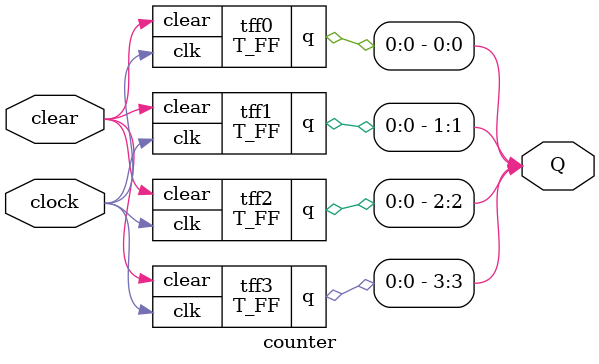
<source format=v>
module OP (
    input [3:0] a,
    input [3:0] b,
    output [4:0] sum
);
    assign sum = a + b;
endmodule

module arithemetic_operators();
	initial begin
		$display ("5 + 10 = %d", 5 + 10);
	end
endmodule

//bitwise
module xor3(input a, b, c, output y);
	assign y = a ^ b ^ c;
endmodule 

// Concatenation
module add_1bit(input a, b, ci, output s, co);
	assign #(3, 4) {co, s} = {(a & b) | (b & ci) | (a & ci), a ^ b ^ ci}; 
endmodule 

// Condition
module quad_mux2_1(
	input [3:0] i0, i1, 
	input s,
	output [3:0] y
);
	assign y = s ? i1 : i0;
endmodule 

// Relation & Equality operator 
module comp_4bit(
	input [3:0] a, b,
	output a_gt_b, a_eq_b, a_lt_b
);
	assign a_gt_b = (a > b),
			a_eq_b = (a == b),
			a_lt_b = (a < b);
endmodule 

// Arithmetic
module add_4bit(
	input [3:0] a, b,
	input ci,
	output [3:0] s, 
	output co
);
	assign {co, s} = a + b + ci;
endmodule 

// Mux 4 to 1

module mux4_1(
	input in1, in2, in3, in4, cntrl1, cntrl2,
	output out
);
	/*assign out = 	(in1 & ~cntrl1 & ~cntrl2) |
						(in2 & ~cntrl1 & cntrl2) |
						(in3 & cntrl1 & ~cntrl2) |
						(in4 & cntrl1 & cntrl2);*/					
	// Use nested conditional operator
	assign out = cntrl1 ? (cntrl2 ? in4 : in3) : (cntrl2 ? in2 : in1);
endmodule 

/*module mux4_1(
	input in1, in2, in3, in4, 
	input [1:0] cntrl,
	output out
);
	assign out = (cntrl == 2'b00) ? in1: 
						(cntrl == 2'b01) ? in2: 
						(cntrl == 2'b10) ? in3: 
						(cntrl == 2'b11) ? in4:
						1'bx;
endmodule*/


// Combinational circuit
module fa(
	input a, b, cin, 
	output s, cout
);
	assign s = a ^ b ^ cin,
	cout = (a & b) | (cin & (a^b));
endmodule 

// adder 8bit
module adder(
	input [7:0] a, b,
	output [7:0] s,
	output cout
);
	assign {cout, s} = a + b;
endmodule 

// comparator 
module comparator(result, A, B, greaterNotLess);
	parameter width = 8;
	parameter delay = 1;
	
	input [width - 1 : 0] A, B;	//comparand
	input greaterNotLess;			//1 - greater, 0 - less than
	output result;
	
	assign #1 result = greaterNotLess ? (A > B) : (A < B);
endmodule 

// 4-bit ripple carry counter
module edge_dff(q, qbar, d, clk, clear);

	input d, clk, clear;
	output q, qbar;
	
	// internal variables
	wire s, sbar, r, rbar, cbar;
	assign cbar = ~clear;
	
	// input latch; A latch is level sensitive. An edge-sensitive
	// flip-flop is implemented by using 3 SR latch.
	assign 	sbar = ~(rbar & s),
				s = ~(sbar & cbar & ~clk),
				r = ~(rbar & ~clk & s),
				rbar = ~(r & cbar & d);
	
	// output latch
	assign 	q = ~(s & qbar),
				qbar = ~(q & r & cbar);
endmodule 

module T_FF(q, clk, clear);
	input clk, clear;
	output q;
	
	// Instantiate the edge_triggered DFF
	// Complement of output q is fed back.
	// Notice qbar not needed. Unconnected port
	edge_dff ff1(q, ~q, clk, clear);
	
endmodule 

//ripple counter 
module counter (Q, clock, clear);

	output [3:0] Q;
	input clock, clear;
	
	// Instantiate the T flipflops
	T_FF tff0(Q[0], clock, clear);
	T_FF tff1(Q[1], clock, clear);
	T_FF tff2(Q[2], clock, clear);
	T_FF tff3(Q[3], clock, clear);
	
endmodule 
</source>
